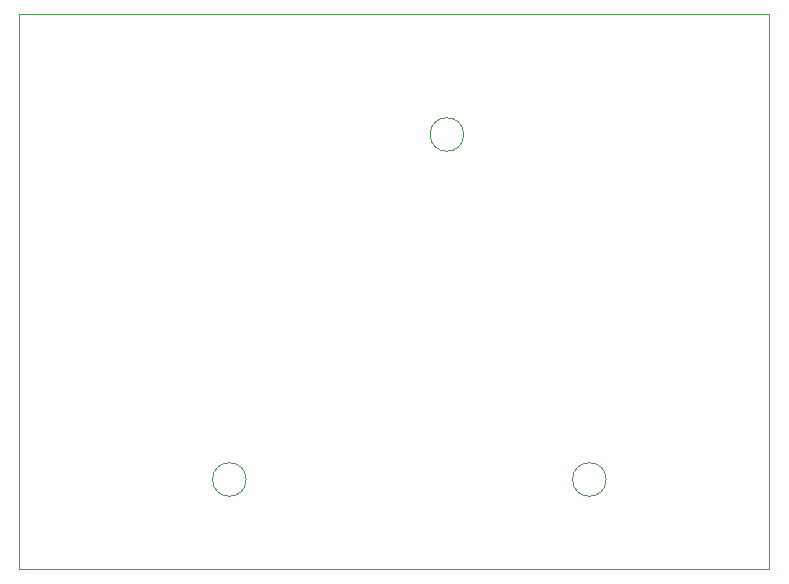
<source format=gbr>
%TF.GenerationSoftware,KiCad,Pcbnew,7.0.1*%
%TF.CreationDate,2023-11-26T17:03:10+00:00*%
%TF.ProjectId,ring-modulator,72696e67-2d6d-46f6-9475-6c61746f722e,rev?*%
%TF.SameCoordinates,Original*%
%TF.FileFunction,Profile,NP*%
%FSLAX46Y46*%
G04 Gerber Fmt 4.6, Leading zero omitted, Abs format (unit mm)*
G04 Created by KiCad (PCBNEW 7.0.1) date 2023-11-26 17:03:10*
%MOMM*%
%LPD*%
G01*
G04 APERTURE LIST*
%TA.AperFunction,Profile*%
%ADD10C,0.100000*%
%TD*%
G04 APERTURE END LIST*
D10*
X152549903Y-134620000D02*
G75*
G03*
X152549903Y-134620000I-1419903J0D01*
G01*
X140484903Y-105410000D02*
G75*
G03*
X140484903Y-105410000I-1419903J0D01*
G01*
X122069903Y-134620000D02*
G75*
G03*
X122069903Y-134620000I-1419903J0D01*
G01*
X102870000Y-95250000D02*
X166370000Y-95250000D01*
X166370000Y-142240000D01*
X102870000Y-142240000D01*
X102870000Y-95250000D01*
M02*

</source>
